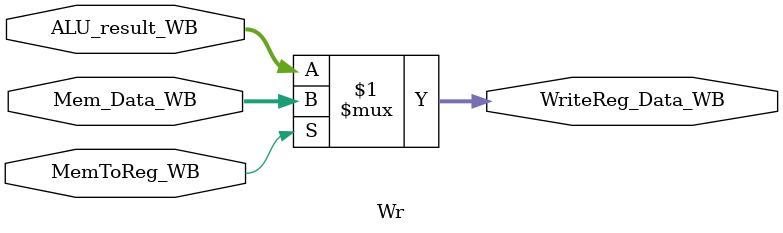
<source format=v>
module Wr(
    //Input
    MemToReg_WB,
    ALU_result_WB,
    Mem_Data_WB,
    //Output
    WriteReg_Data_WB,
);

//==== input/output declaration =============================== 
    // input & output 
    // input
    input wire MemToReg_WB;
    input wire [31:0] ALU_result_WB;
    input wire [31:0] Mem_Data_WB;
    // output
    output wire [31:0] WriteReg_Data_WB;

//==== combinational part ================================ 
	
	assign WriteReg_Data_WB = (MemToReg_WB) ? Mem_Data_WB : ALU_result_WB;

endmodule



</source>
